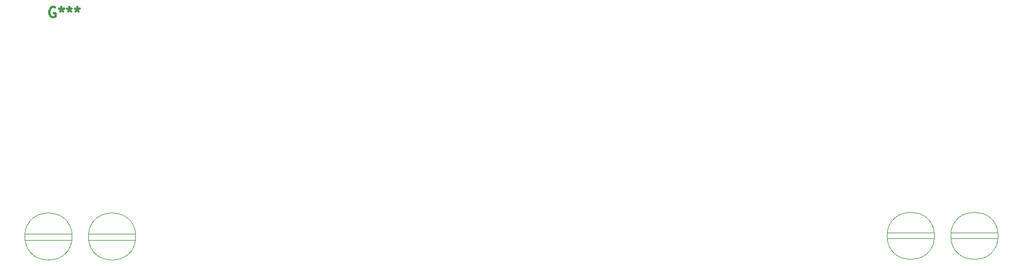
<source format=gbr>
G04 #@! TF.GenerationSoftware,KiCad,Pcbnew,(6.0.7)*
G04 #@! TF.CreationDate,2022-08-12T23:14:32-04:00*
G04 #@! TF.ProjectId,PB_16,50425f31-362e-46b6-9963-61645f706362,v3*
G04 #@! TF.SameCoordinates,Original*
G04 #@! TF.FileFunction,OtherDrawing,Comment*
%FSLAX46Y46*%
G04 Gerber Fmt 4.6, Leading zero omitted, Abs format (unit mm)*
G04 Created by KiCad (PCBNEW (6.0.7)) date 2022-08-12 23:14:32*
%MOMM*%
%LPD*%
G01*
G04 APERTURE LIST*
%ADD10C,0.300000*%
%ADD11C,0.120000*%
G04 APERTURE END LIST*
D10*
X77098428Y-111675800D02*
X76953285Y-111603228D01*
X76735571Y-111603228D01*
X76517857Y-111675800D01*
X76372714Y-111820942D01*
X76300142Y-111966085D01*
X76227571Y-112256371D01*
X76227571Y-112474085D01*
X76300142Y-112764371D01*
X76372714Y-112909514D01*
X76517857Y-113054657D01*
X76735571Y-113127228D01*
X76880714Y-113127228D01*
X77098428Y-113054657D01*
X77171000Y-112982085D01*
X77171000Y-112474085D01*
X76880714Y-112474085D01*
X78041857Y-111603228D02*
X78041857Y-111966085D01*
X77679000Y-111820942D02*
X78041857Y-111966085D01*
X78404714Y-111820942D01*
X77824142Y-112256371D02*
X78041857Y-111966085D01*
X78259571Y-112256371D01*
X79203000Y-111603228D02*
X79203000Y-111966085D01*
X78840142Y-111820942D02*
X79203000Y-111966085D01*
X79565857Y-111820942D01*
X78985285Y-112256371D02*
X79203000Y-111966085D01*
X79420714Y-112256371D01*
X80364142Y-111603228D02*
X80364142Y-111966085D01*
X80001285Y-111820942D02*
X80364142Y-111966085D01*
X80727000Y-111820942D01*
X80146428Y-112256371D02*
X80364142Y-111966085D01*
X80581857Y-112256371D01*
D11*
X82101000Y-145117800D02*
X88901000Y-145117800D01*
X79501000Y-146017800D02*
X72701000Y-146017800D01*
X82101000Y-146017800D02*
X88901000Y-146017800D01*
X79501000Y-145117800D02*
X72701000Y-145117800D01*
X89002428Y-145517800D02*
G75*
G03*
X89002428Y-145517800I-3501428J0D01*
G01*
X79601000Y-145517800D02*
G75*
G03*
X79601000Y-145517800I-3500000J0D01*
G01*
X209501000Y-145817800D02*
X216301000Y-145817800D01*
X206901000Y-144917800D02*
X200101000Y-144917800D01*
X209501000Y-144917800D02*
X216301000Y-144917800D01*
X206901000Y-145817800D02*
X200101000Y-145817800D01*
X216401000Y-145417800D02*
G75*
G03*
X216401000Y-145417800I-3500000J0D01*
G01*
X207002428Y-145417800D02*
G75*
G03*
X207002428Y-145417800I-3501428J0D01*
G01*
M02*

</source>
